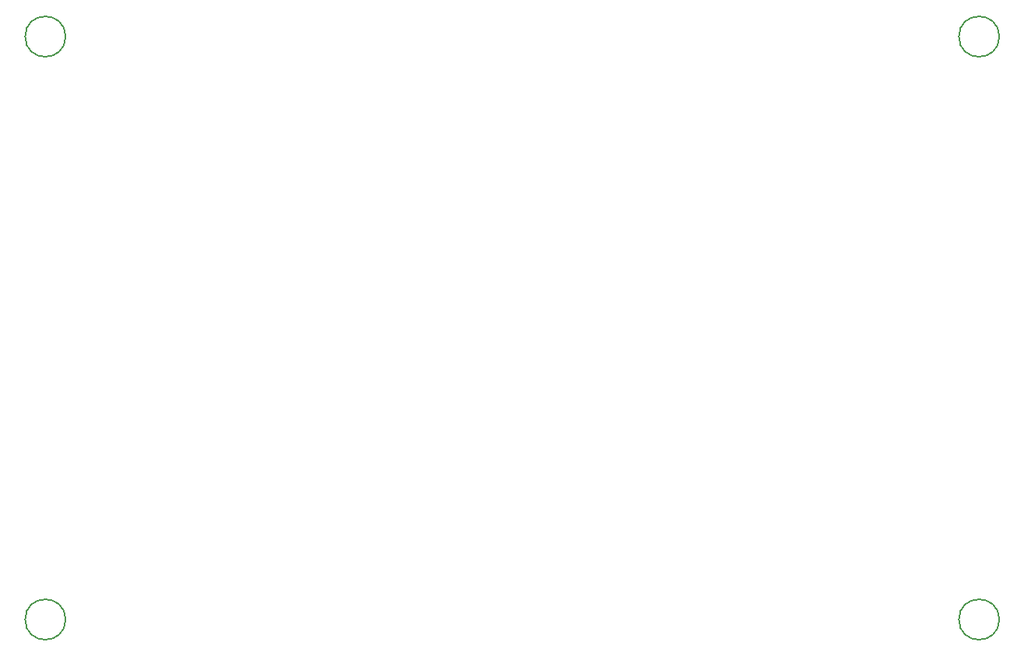
<source format=gbr>
%TF.GenerationSoftware,KiCad,Pcbnew,(6.0.8)*%
%TF.CreationDate,2022-10-28T14:48:27+02:00*%
%TF.ProjectId,XEM8350-BRK-MC1,58454d38-3335-4302-9d42-524b2d4d4331,rev?*%
%TF.SameCoordinates,Original*%
%TF.FileFunction,Other,Comment*%
%FSLAX46Y46*%
G04 Gerber Fmt 4.6, Leading zero omitted, Abs format (unit mm)*
G04 Created by KiCad (PCBNEW (6.0.8)) date 2022-10-28 14:48:27*
%MOMM*%
%LPD*%
G01*
G04 APERTURE LIST*
%ADD10C,0.150000*%
G04 APERTURE END LIST*
D10*
%TO.C,REF\u002A\u002A*%
X192700000Y-139700000D02*
G75*
G03*
X192700000Y-139700000I-2200000J0D01*
G01*
X91100000Y-139700000D02*
G75*
G03*
X91100000Y-139700000I-2200000J0D01*
G01*
X91100000Y-76200000D02*
G75*
G03*
X91100000Y-76200000I-2200000J0D01*
G01*
X192700000Y-76200000D02*
G75*
G03*
X192700000Y-76200000I-2200000J0D01*
G01*
%TD*%
M02*

</source>
